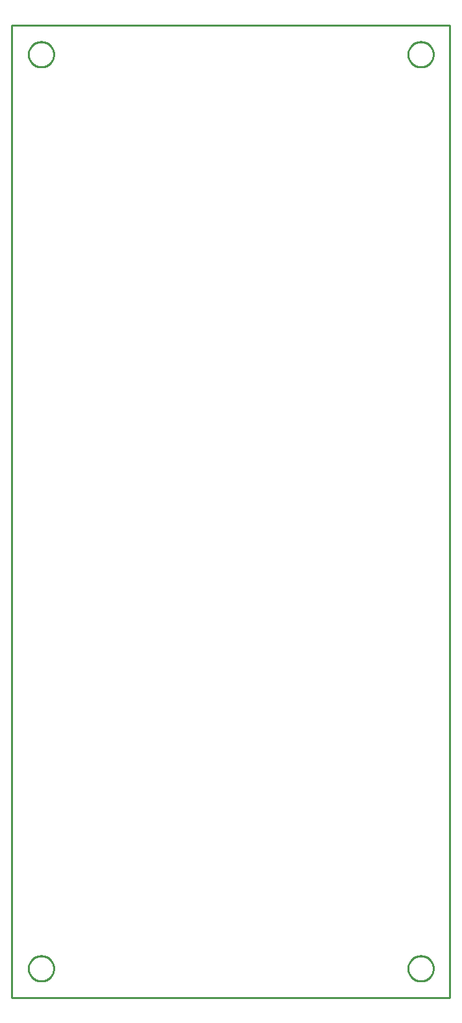
<source format=gbr>
G04 EAGLE Gerber RS-274X export*
G75*
%MOMM*%
%FSLAX34Y34*%
%LPD*%
%IN*%
%IPPOS*%
%AMOC8*
5,1,8,0,0,1.08239X$1,22.5*%
G01*
%ADD10C,0.254000*%


D10*
X635000Y558800D02*
X1206500Y558800D01*
X1206500Y1828800D01*
X635000Y1828800D01*
X635000Y558800D01*
X635000Y558800D02*
X1206500Y558800D01*
X1206500Y1828800D01*
X635000Y1828800D01*
X635000Y558800D01*
X1168940Y1807210D02*
X1170019Y1807139D01*
X1171091Y1806998D01*
X1172151Y1806787D01*
X1173195Y1806508D01*
X1174219Y1806160D01*
X1175217Y1805746D01*
X1176187Y1805268D01*
X1177123Y1804728D01*
X1178022Y1804127D01*
X1178879Y1803469D01*
X1179692Y1802757D01*
X1180457Y1801992D01*
X1181169Y1801179D01*
X1181827Y1800322D01*
X1182428Y1799423D01*
X1182968Y1798487D01*
X1183446Y1797517D01*
X1183860Y1796519D01*
X1184208Y1795495D01*
X1184487Y1794451D01*
X1184698Y1793391D01*
X1184839Y1792319D01*
X1184910Y1791240D01*
X1184910Y1790160D01*
X1184839Y1789081D01*
X1184698Y1788009D01*
X1184487Y1786949D01*
X1184208Y1785905D01*
X1183860Y1784881D01*
X1183446Y1783883D01*
X1182968Y1782913D01*
X1182428Y1781977D01*
X1181827Y1781078D01*
X1181169Y1780221D01*
X1180457Y1779408D01*
X1179692Y1778644D01*
X1178879Y1777931D01*
X1178022Y1777273D01*
X1177123Y1776672D01*
X1176187Y1776132D01*
X1175217Y1775654D01*
X1174219Y1775240D01*
X1173195Y1774892D01*
X1172151Y1774613D01*
X1171091Y1774402D01*
X1170019Y1774261D01*
X1168940Y1774190D01*
X1167860Y1774190D01*
X1166781Y1774261D01*
X1165709Y1774402D01*
X1164649Y1774613D01*
X1163605Y1774892D01*
X1162581Y1775240D01*
X1161583Y1775654D01*
X1160613Y1776132D01*
X1159677Y1776672D01*
X1158778Y1777273D01*
X1157921Y1777931D01*
X1157108Y1778644D01*
X1156344Y1779408D01*
X1155631Y1780221D01*
X1154973Y1781078D01*
X1154372Y1781977D01*
X1153832Y1782913D01*
X1153354Y1783883D01*
X1152940Y1784881D01*
X1152592Y1785905D01*
X1152313Y1786949D01*
X1152102Y1788009D01*
X1151961Y1789081D01*
X1151890Y1790160D01*
X1151890Y1791240D01*
X1151961Y1792319D01*
X1152102Y1793391D01*
X1152313Y1794451D01*
X1152592Y1795495D01*
X1152940Y1796519D01*
X1153354Y1797517D01*
X1153832Y1798487D01*
X1154372Y1799423D01*
X1154973Y1800322D01*
X1155631Y1801179D01*
X1156344Y1801992D01*
X1157108Y1802757D01*
X1157921Y1803469D01*
X1158778Y1804127D01*
X1159677Y1804728D01*
X1160613Y1805268D01*
X1161583Y1805746D01*
X1162581Y1806160D01*
X1163605Y1806508D01*
X1164649Y1806787D01*
X1165709Y1806998D01*
X1166781Y1807139D01*
X1167860Y1807210D01*
X1168940Y1807210D01*
X1168940Y613410D02*
X1170019Y613339D01*
X1171091Y613198D01*
X1172151Y612987D01*
X1173195Y612708D01*
X1174219Y612360D01*
X1175217Y611946D01*
X1176187Y611468D01*
X1177123Y610928D01*
X1178022Y610327D01*
X1178879Y609669D01*
X1179692Y608957D01*
X1180457Y608192D01*
X1181169Y607379D01*
X1181827Y606522D01*
X1182428Y605623D01*
X1182968Y604687D01*
X1183446Y603717D01*
X1183860Y602719D01*
X1184208Y601695D01*
X1184487Y600651D01*
X1184698Y599591D01*
X1184839Y598519D01*
X1184910Y597440D01*
X1184910Y596360D01*
X1184839Y595281D01*
X1184698Y594209D01*
X1184487Y593149D01*
X1184208Y592105D01*
X1183860Y591081D01*
X1183446Y590083D01*
X1182968Y589113D01*
X1182428Y588177D01*
X1181827Y587278D01*
X1181169Y586421D01*
X1180457Y585608D01*
X1179692Y584844D01*
X1178879Y584131D01*
X1178022Y583473D01*
X1177123Y582872D01*
X1176187Y582332D01*
X1175217Y581854D01*
X1174219Y581440D01*
X1173195Y581092D01*
X1172151Y580813D01*
X1171091Y580602D01*
X1170019Y580461D01*
X1168940Y580390D01*
X1167860Y580390D01*
X1166781Y580461D01*
X1165709Y580602D01*
X1164649Y580813D01*
X1163605Y581092D01*
X1162581Y581440D01*
X1161583Y581854D01*
X1160613Y582332D01*
X1159677Y582872D01*
X1158778Y583473D01*
X1157921Y584131D01*
X1157108Y584844D01*
X1156344Y585608D01*
X1155631Y586421D01*
X1154973Y587278D01*
X1154372Y588177D01*
X1153832Y589113D01*
X1153354Y590083D01*
X1152940Y591081D01*
X1152592Y592105D01*
X1152313Y593149D01*
X1152102Y594209D01*
X1151961Y595281D01*
X1151890Y596360D01*
X1151890Y597440D01*
X1151961Y598519D01*
X1152102Y599591D01*
X1152313Y600651D01*
X1152592Y601695D01*
X1152940Y602719D01*
X1153354Y603717D01*
X1153832Y604687D01*
X1154372Y605623D01*
X1154973Y606522D01*
X1155631Y607379D01*
X1156344Y608192D01*
X1157108Y608957D01*
X1157921Y609669D01*
X1158778Y610327D01*
X1159677Y610928D01*
X1160613Y611468D01*
X1161583Y611946D01*
X1162581Y612360D01*
X1163605Y612708D01*
X1164649Y612987D01*
X1165709Y613198D01*
X1166781Y613339D01*
X1167860Y613410D01*
X1168940Y613410D01*
X673640Y613410D02*
X674719Y613339D01*
X675791Y613198D01*
X676851Y612987D01*
X677895Y612708D01*
X678919Y612360D01*
X679917Y611946D01*
X680887Y611468D01*
X681823Y610928D01*
X682722Y610327D01*
X683579Y609669D01*
X684392Y608957D01*
X685157Y608192D01*
X685869Y607379D01*
X686527Y606522D01*
X687128Y605623D01*
X687668Y604687D01*
X688146Y603717D01*
X688560Y602719D01*
X688908Y601695D01*
X689187Y600651D01*
X689398Y599591D01*
X689539Y598519D01*
X689610Y597440D01*
X689610Y596360D01*
X689539Y595281D01*
X689398Y594209D01*
X689187Y593149D01*
X688908Y592105D01*
X688560Y591081D01*
X688146Y590083D01*
X687668Y589113D01*
X687128Y588177D01*
X686527Y587278D01*
X685869Y586421D01*
X685157Y585608D01*
X684392Y584844D01*
X683579Y584131D01*
X682722Y583473D01*
X681823Y582872D01*
X680887Y582332D01*
X679917Y581854D01*
X678919Y581440D01*
X677895Y581092D01*
X676851Y580813D01*
X675791Y580602D01*
X674719Y580461D01*
X673640Y580390D01*
X672560Y580390D01*
X671481Y580461D01*
X670409Y580602D01*
X669349Y580813D01*
X668305Y581092D01*
X667281Y581440D01*
X666283Y581854D01*
X665313Y582332D01*
X664377Y582872D01*
X663478Y583473D01*
X662621Y584131D01*
X661808Y584844D01*
X661044Y585608D01*
X660331Y586421D01*
X659673Y587278D01*
X659072Y588177D01*
X658532Y589113D01*
X658054Y590083D01*
X657640Y591081D01*
X657292Y592105D01*
X657013Y593149D01*
X656802Y594209D01*
X656661Y595281D01*
X656590Y596360D01*
X656590Y597440D01*
X656661Y598519D01*
X656802Y599591D01*
X657013Y600651D01*
X657292Y601695D01*
X657640Y602719D01*
X658054Y603717D01*
X658532Y604687D01*
X659072Y605623D01*
X659673Y606522D01*
X660331Y607379D01*
X661044Y608192D01*
X661808Y608957D01*
X662621Y609669D01*
X663478Y610327D01*
X664377Y610928D01*
X665313Y611468D01*
X666283Y611946D01*
X667281Y612360D01*
X668305Y612708D01*
X669349Y612987D01*
X670409Y613198D01*
X671481Y613339D01*
X672560Y613410D01*
X673640Y613410D01*
X673640Y1807210D02*
X674719Y1807139D01*
X675791Y1806998D01*
X676851Y1806787D01*
X677895Y1806508D01*
X678919Y1806160D01*
X679917Y1805746D01*
X680887Y1805268D01*
X681823Y1804728D01*
X682722Y1804127D01*
X683579Y1803469D01*
X684392Y1802757D01*
X685157Y1801992D01*
X685869Y1801179D01*
X686527Y1800322D01*
X687128Y1799423D01*
X687668Y1798487D01*
X688146Y1797517D01*
X688560Y1796519D01*
X688908Y1795495D01*
X689187Y1794451D01*
X689398Y1793391D01*
X689539Y1792319D01*
X689610Y1791240D01*
X689610Y1790160D01*
X689539Y1789081D01*
X689398Y1788009D01*
X689187Y1786949D01*
X688908Y1785905D01*
X688560Y1784881D01*
X688146Y1783883D01*
X687668Y1782913D01*
X687128Y1781977D01*
X686527Y1781078D01*
X685869Y1780221D01*
X685157Y1779408D01*
X684392Y1778644D01*
X683579Y1777931D01*
X682722Y1777273D01*
X681823Y1776672D01*
X680887Y1776132D01*
X679917Y1775654D01*
X678919Y1775240D01*
X677895Y1774892D01*
X676851Y1774613D01*
X675791Y1774402D01*
X674719Y1774261D01*
X673640Y1774190D01*
X672560Y1774190D01*
X671481Y1774261D01*
X670409Y1774402D01*
X669349Y1774613D01*
X668305Y1774892D01*
X667281Y1775240D01*
X666283Y1775654D01*
X665313Y1776132D01*
X664377Y1776672D01*
X663478Y1777273D01*
X662621Y1777931D01*
X661808Y1778644D01*
X661044Y1779408D01*
X660331Y1780221D01*
X659673Y1781078D01*
X659072Y1781977D01*
X658532Y1782913D01*
X658054Y1783883D01*
X657640Y1784881D01*
X657292Y1785905D01*
X657013Y1786949D01*
X656802Y1788009D01*
X656661Y1789081D01*
X656590Y1790160D01*
X656590Y1791240D01*
X656661Y1792319D01*
X656802Y1793391D01*
X657013Y1794451D01*
X657292Y1795495D01*
X657640Y1796519D01*
X658054Y1797517D01*
X658532Y1798487D01*
X659072Y1799423D01*
X659673Y1800322D01*
X660331Y1801179D01*
X661044Y1801992D01*
X661808Y1802757D01*
X662621Y1803469D01*
X663478Y1804127D01*
X664377Y1804728D01*
X665313Y1805268D01*
X666283Y1805746D01*
X667281Y1806160D01*
X668305Y1806508D01*
X669349Y1806787D01*
X670409Y1806998D01*
X671481Y1807139D01*
X672560Y1807210D01*
X673640Y1807210D01*
M02*

</source>
